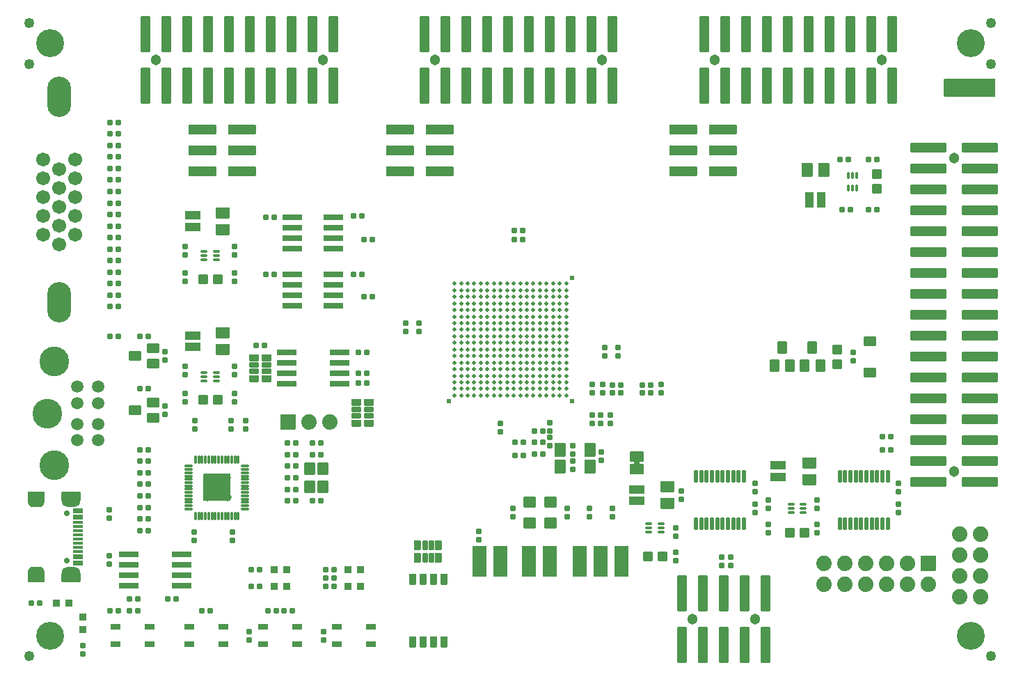
<source format=gbr>
%TF.GenerationSoftware,KiCad,Pcbnew,7.0.9-7.0.9~ubuntu22.04.1*%
%TF.CreationDate,2025-03-17T10:50:26+02:00*%
%TF.ProjectId,GateMateA1-EVB_Rev_C,47617465-4d61-4746-9541-312d4556425f,C*%
%TF.SameCoordinates,PX5f5e100PY7bfa480*%
%TF.FileFunction,Soldermask,Top*%
%TF.FilePolarity,Negative*%
%FSLAX46Y46*%
G04 Gerber Fmt 4.6, Leading zero omitted, Abs format (unit mm)*
G04 Created by KiCad (PCBNEW 7.0.9-7.0.9~ubuntu22.04.1) date 2025-03-17 10:50:26*
%MOMM*%
%LPD*%
G01*
G04 APERTURE LIST*
G04 Aperture macros list*
%AMRoundRect*
0 Rectangle with rounded corners*
0 $1 Rounding radius*
0 $2 $3 $4 $5 $6 $7 $8 $9 X,Y pos of 4 corners*
0 Add a 4 corners polygon primitive as box body*
4,1,4,$2,$3,$4,$5,$6,$7,$8,$9,$2,$3,0*
0 Add four circle primitives for the rounded corners*
1,1,$1+$1,$2,$3*
1,1,$1+$1,$4,$5*
1,1,$1+$1,$6,$7*
1,1,$1+$1,$8,$9*
0 Add four rect primitives between the rounded corners*
20,1,$1+$1,$2,$3,$4,$5,0*
20,1,$1+$1,$4,$5,$6,$7,0*
20,1,$1+$1,$6,$7,$8,$9,0*
20,1,$1+$1,$8,$9,$2,$3,0*%
G04 Aperture macros list end*
%ADD10RoundRect,0.050800X0.250000X0.275000X-0.250000X0.275000X-0.250000X-0.275000X0.250000X-0.275000X0*%
%ADD11RoundRect,0.050800X-0.250000X-0.275000X0.250000X-0.275000X0.250000X0.275000X-0.250000X0.275000X0*%
%ADD12RoundRect,0.050800X0.275000X-0.250000X0.275000X0.250000X-0.275000X0.250000X-0.275000X-0.250000X0*%
%ADD13RoundRect,0.050800X-0.275000X0.250000X-0.275000X-0.250000X0.275000X-0.250000X0.275000X0.250000X0*%
%ADD14RoundRect,0.050800X-1.651000X-0.508000X1.651000X-0.508000X1.651000X0.508000X-1.651000X0.508000X0*%
%ADD15RoundRect,0.050800X0.900000X-0.450000X0.900000X0.450000X-0.900000X0.450000X-0.900000X-0.450000X0*%
%ADD16C,0.701600*%
%ADD17RoundRect,0.050800X-1.100000X0.550000X-1.100000X-0.550000X1.100000X-0.550000X1.100000X0.550000X0*%
%ADD18O,2.301600X1.301600*%
%ADD19RoundRect,0.050800X-1.000000X0.550000X-1.000000X-0.550000X1.000000X-0.550000X1.000000X0.550000X0*%
%ADD20O,2.101600X1.401600*%
%ADD21RoundRect,0.050800X-0.575000X0.150000X-0.575000X-0.150000X0.575000X-0.150000X0.575000X0.150000X0*%
%ADD22RoundRect,0.050800X-0.575000X0.125000X-0.575000X-0.125000X0.575000X-0.125000X0.575000X0.125000X0*%
%ADD23C,1.301600*%
%ADD24RoundRect,0.050800X-2.125000X-0.500000X2.125000X-0.500000X2.125000X0.500000X-2.125000X0.500000X0*%
%ADD25RoundRect,0.050800X2.125000X0.500000X-2.125000X0.500000X-2.125000X-0.500000X2.125000X-0.500000X0*%
%ADD26RoundRect,0.050800X0.500000X-2.125000X0.500000X2.125000X-0.500000X2.125000X-0.500000X-2.125000X0*%
%ADD27C,1.879600*%
%ADD28RoundRect,0.050800X1.100000X-0.300000X1.100000X0.300000X-1.100000X0.300000X-1.100000X-0.300000X0*%
%ADD29RoundRect,0.050800X-0.380000X-0.635000X0.380000X-0.635000X0.380000X0.635000X-0.380000X0.635000X0*%
%ADD30RoundRect,0.050800X-0.350000X-0.125000X0.350000X-0.125000X0.350000X0.125000X-0.350000X0.125000X0*%
%ADD31RoundRect,0.050800X-1.100000X0.300000X-1.100000X-0.300000X1.100000X-0.300000X1.100000X0.300000X0*%
%ADD32RoundRect,0.050800X-0.508000X0.508000X-0.508000X-0.508000X0.508000X-0.508000X0.508000X0.508000X0*%
%ADD33RoundRect,0.050800X-0.508000X-0.508000X0.508000X-0.508000X0.508000X0.508000X-0.508000X0.508000X0*%
%ADD34C,1.254000*%
%ADD35RoundRect,0.050800X0.800100X-0.584200X0.800100X0.584200X-0.800100X0.584200X-0.800100X-0.584200X0*%
%ADD36RoundRect,0.050800X0.254000X-0.381000X0.254000X0.381000X-0.254000X0.381000X-0.254000X-0.381000X0*%
%ADD37RoundRect,0.050800X-0.889000X0.889000X-0.889000X-0.889000X0.889000X-0.889000X0.889000X0.889000X0*%
%ADD38RoundRect,0.050800X-0.762000X-0.635000X0.762000X-0.635000X0.762000X0.635000X-0.762000X0.635000X0*%
%ADD39RoundRect,0.050800X0.700000X-0.500000X0.700000X0.500000X-0.700000X0.500000X-0.700000X-0.500000X0*%
%ADD40C,3.401601*%
%ADD41RoundRect,0.050800X0.400000X0.400000X-0.400000X0.400000X-0.400000X-0.400000X0.400000X-0.400000X0*%
%ADD42C,1.511600*%
%ADD43C,3.601600*%
%ADD44RoundRect,0.050800X-0.500000X2.125000X-0.500000X-2.125000X0.500000X-2.125000X0.500000X2.125000X0*%
%ADD45RoundRect,0.050800X0.508000X-0.381000X0.508000X0.381000X-0.508000X0.381000X-0.508000X-0.381000X0*%
%ADD46RoundRect,0.050800X0.508000X-0.254000X0.508000X0.254000X-0.508000X0.254000X-0.508000X-0.254000X0*%
%ADD47RoundRect,0.050800X-0.525000X-0.325000X0.525000X-0.325000X0.525000X0.325000X-0.525000X0.325000X0*%
%ADD48RoundRect,0.050800X0.825500X1.841500X-0.825500X1.841500X-0.825500X-1.841500X0.825500X-1.841500X0*%
%ADD49RoundRect,0.050800X0.635000X-0.762000X0.635000X0.762000X-0.635000X0.762000X-0.635000X-0.762000X0*%
%ADD50RoundRect,0.050800X-0.381000X-0.508000X0.381000X-0.508000X0.381000X0.508000X-0.381000X0.508000X0*%
%ADD51RoundRect,0.050800X-0.254000X-0.508000X0.254000X-0.508000X0.254000X0.508000X-0.254000X0.508000X0*%
%ADD52RoundRect,0.050800X0.100000X-0.437500X0.100000X0.437500X-0.100000X0.437500X-0.100000X-0.437500X0*%
%ADD53RoundRect,0.050800X0.437500X-0.100000X0.437500X0.100000X-0.437500X0.100000X-0.437500X-0.100000X0*%
%ADD54C,1.000000*%
%ADD55C,1.800000*%
%ADD56RoundRect,0.050800X1.600000X-1.600000X1.600000X1.600000X-1.600000X1.600000X-1.600000X-1.600000X0*%
%ADD57RoundRect,0.050800X0.125000X-0.350000X0.125000X0.350000X-0.125000X0.350000X-0.125000X-0.350000X0*%
%ADD58C,0.501600*%
%ADD59C,0.601600*%
%ADD60RoundRect,0.050800X0.175000X0.700000X-0.175000X0.700000X-0.175000X-0.700000X0.175000X-0.700000X0*%
%ADD61RoundRect,0.050800X-0.600000X0.700000X-0.600000X-0.700000X0.600000X-0.700000X0.600000X0.700000X0*%
%ADD62RoundRect,0.050800X-0.700000X-0.500000X0.700000X-0.500000X0.700000X0.500000X-0.700000X0.500000X0*%
%ADD63RoundRect,0.050800X0.508000X-0.508000X0.508000X0.508000X-0.508000X0.508000X-0.508000X-0.508000X0*%
%ADD64C,1.701600*%
%ADD65O,2.901600X4.901600*%
%ADD66RoundRect,0.050800X-0.500000X-0.700000X0.500000X-0.700000X0.500000X0.700000X-0.500000X0.700000X0*%
%ADD67RoundRect,0.050800X-0.400000X0.400000X-0.400000X-0.400000X0.400000X-0.400000X0.400000X0.400000X0*%
%ADD68RoundRect,0.050800X-0.889000X-0.889000X0.889000X-0.889000X0.889000X0.889000X-0.889000X0.889000X0*%
%ADD69RoundRect,0.050800X0.450000X0.900000X-0.450000X0.900000X-0.450000X-0.900000X0.450000X-0.900000X0*%
%ADD70RoundRect,0.050800X-0.700000X-0.600000X0.700000X-0.600000X0.700000X0.600000X-0.700000X0.600000X0*%
G04 APERTURE END LIST*
D10*
%TO.C,C93*%
X11292000Y7000000D03*
D11*
X12308000Y7000000D03*
%TD*%
%TO.C,R2*%
X77100000Y34500000D03*
D10*
X76084000Y34500000D03*
%TD*%
D12*
%TO.C,C98*%
X26200000Y16608000D03*
D13*
X26200000Y15592000D03*
%TD*%
D14*
%TO.C,VDD_NA_SEL1*%
X22587000Y65540000D03*
X27413000Y65540000D03*
X22587000Y63000000D03*
X27413000Y63000000D03*
X22587000Y60460000D03*
X27413000Y60460000D03*
%TD*%
D15*
%TO.C,L4*%
X92600000Y23300000D03*
X92600000Y24700000D03*
%TD*%
D16*
%TO.C,USB-C1*%
X6030000Y13110000D03*
X6030000Y18890000D03*
D17*
X6530000Y11072400D03*
D18*
X6530000Y11680000D03*
X6530000Y20320000D03*
D17*
X6530000Y20927600D03*
D19*
X2350000Y11072400D03*
D20*
X2350000Y11680000D03*
X2350000Y20320000D03*
D19*
X2350000Y20927600D03*
D21*
X7432000Y19325000D03*
X7432000Y18525000D03*
D22*
X7432000Y17250000D03*
X7432000Y16250000D03*
X7432000Y15750000D03*
X7432000Y14750000D03*
D21*
X7432000Y13475000D03*
X7432000Y12675000D03*
X7432000Y12925000D03*
X7432000Y13725000D03*
D22*
X7432000Y14250000D03*
X7432000Y15250000D03*
X7432000Y16750000D03*
X7432000Y17750000D03*
D21*
X7432000Y18275000D03*
X7432000Y19075000D03*
%TD*%
D23*
%TO.C,BANK_MISC1*%
X114000000Y62050000D03*
X114000000Y23950000D03*
D24*
X110875000Y63320000D03*
X117125000Y63320000D03*
X110875000Y60780000D03*
X117125000Y60780000D03*
X110875000Y58240000D03*
X117125000Y58240000D03*
X110875000Y55700000D03*
X117125000Y55700000D03*
X110875000Y53160000D03*
X117125000Y53160000D03*
X110875000Y50620000D03*
X117125000Y50620000D03*
X110875000Y48080000D03*
X117125000Y48080000D03*
X110875000Y45540000D03*
X117125000Y45540000D03*
X110875000Y43000000D03*
X117125000Y43000000D03*
X110875000Y40460000D03*
X117125000Y40460000D03*
D25*
X110875000Y37920000D03*
D24*
X117125000Y37920000D03*
D25*
X110875000Y35380000D03*
D24*
X117125000Y35380000D03*
D25*
X110875000Y32840000D03*
D24*
X117125000Y32840000D03*
D25*
X110875000Y30300000D03*
D24*
X117125000Y30300000D03*
D25*
X110875000Y27760000D03*
D24*
X117125000Y27760000D03*
D25*
X110875000Y25220000D03*
D24*
X117125000Y25220000D03*
D25*
X110875000Y22680000D03*
D24*
X117125000Y22680000D03*
%TD*%
D23*
%TO.C,BANK_NA1*%
X16840000Y74000000D03*
X37160000Y74000000D03*
D26*
X15570000Y70875000D03*
X15570000Y77125000D03*
X18110000Y70875000D03*
X18110000Y77125000D03*
X20650000Y70875000D03*
X20650000Y77125000D03*
X23190000Y70875000D03*
X23190000Y77125000D03*
X25730000Y70875000D03*
X25730000Y77125000D03*
X28270000Y70875000D03*
X28270000Y77125000D03*
X30810000Y70875000D03*
X30810000Y77125000D03*
X33350000Y70875000D03*
X33350000Y77125000D03*
X35890000Y70875000D03*
X35890000Y77125000D03*
X38430000Y70875000D03*
X38430000Y77125000D03*
%TD*%
D27*
%TO.C,TRST1*%
X114630000Y11255000D03*
%TD*%
D23*
%TO.C,BANK_EB1*%
X84840000Y74000000D03*
X105160000Y74000000D03*
D26*
X83570000Y70875000D03*
X83570000Y77125000D03*
X86110000Y70875000D03*
X86110000Y77125000D03*
X88650000Y70875000D03*
X88650000Y77125000D03*
X91190000Y70875000D03*
X91190000Y77125000D03*
X93730000Y70875000D03*
X93730000Y77125000D03*
X96270000Y70875000D03*
X96270000Y77125000D03*
X98810000Y70875000D03*
X98810000Y77125000D03*
X101350000Y70875000D03*
X101350000Y77125000D03*
X103890000Y70875000D03*
X103890000Y77125000D03*
X106430000Y70875000D03*
X106430000Y77125000D03*
%TD*%
D28*
%TO.C,U8*%
X20035000Y10095000D03*
X20035000Y11365000D03*
X20035000Y12635000D03*
X20035000Y13905000D03*
X13565000Y13905000D03*
X13565000Y12635000D03*
X13565000Y11365000D03*
X13565000Y10095000D03*
%TD*%
D11*
%TO.C,C95*%
X41908000Y55000000D03*
D10*
X40892000Y55000000D03*
%TD*%
D29*
%TO.C,CFG_SET1*%
X48095000Y3190000D03*
X49365000Y3190000D03*
X50635000Y3190000D03*
X51905000Y3190000D03*
X51905000Y10810000D03*
X50635000Y10810000D03*
X49365000Y10810000D03*
X48095000Y10810000D03*
%TD*%
D10*
%TO.C,C82*%
X62892000Y28900000D03*
D11*
X63908000Y28900000D03*
%TD*%
D30*
%TO.C,U12*%
X94150000Y20000000D03*
X94150000Y19500000D03*
X94150000Y19000000D03*
X95650000Y19000000D03*
X95650000Y19500000D03*
X95650000Y20000000D03*
%TD*%
D10*
%TO.C,R8*%
X37492000Y11000000D03*
D11*
X38508000Y11000000D03*
%TD*%
D31*
%TO.C,U9*%
X33500000Y54905000D03*
X33500000Y53635000D03*
X33500000Y52365000D03*
X33500000Y51095000D03*
X38500000Y51095000D03*
X38500000Y52365000D03*
X38500000Y53635000D03*
X38500000Y54905000D03*
%TD*%
D10*
%TO.C,R35*%
X11292000Y44000000D03*
D11*
X12308000Y44000000D03*
%TD*%
D10*
%TO.C,R72*%
X103600000Y61900000D03*
D11*
X104616000Y61900000D03*
%TD*%
D27*
%TO.C,+1V8*%
X117170000Y16335000D03*
%TD*%
D13*
%TO.C,R19*%
X101750000Y37392000D03*
D12*
X101750000Y38408000D03*
%TD*%
%TO.C,R26*%
X86800000Y13508000D03*
D13*
X86800000Y12492000D03*
%TD*%
%TO.C,C92*%
X60300001Y18492000D03*
D12*
X60300001Y19508000D03*
%TD*%
D11*
%TO.C,R1*%
X77100000Y33500000D03*
D10*
X76084000Y33500000D03*
%TD*%
D11*
%TO.C,C107*%
X15908000Y23800000D03*
D10*
X14892000Y23800000D03*
%TD*%
D13*
%TO.C,C117*%
X91400000Y19492000D03*
D12*
X91400000Y20508000D03*
%TD*%
D11*
%TO.C,R3*%
X71008000Y30800000D03*
D10*
X69992000Y30800000D03*
%TD*%
D13*
%TO.C,R24*%
X18000000Y37492001D03*
D12*
X18000000Y38508001D03*
%TD*%
D32*
%TO.C,C83*%
X99750000Y38788999D03*
X99750000Y37010999D03*
%TD*%
D10*
%TO.C,R56*%
X14892000Y21000000D03*
D11*
X15908000Y21000000D03*
%TD*%
D13*
%TO.C,C40*%
X70000000Y33492000D03*
D12*
X70000000Y34508000D03*
%TD*%
D33*
%TO.C,C118*%
X22600000Y47300000D03*
X24378000Y47300000D03*
%TD*%
D34*
%TO.C,FID4*%
X118500000Y1500000D03*
%TD*%
D35*
%TO.C,VDD_CORE_E1*%
X75400000Y24238000D03*
X75400000Y24238000D03*
D36*
X75400000Y24746000D03*
X75400000Y25254000D03*
D35*
X75400000Y25762000D03*
%TD*%
D12*
%TO.C,R63*%
X91400000Y17508000D03*
D13*
X91400000Y16492000D03*
%TD*%
D11*
%TO.C,R29*%
X15908000Y34000000D03*
D10*
X14892000Y34000000D03*
%TD*%
D12*
%TO.C,R27*%
X85700000Y13508000D03*
D13*
X85700000Y12492000D03*
%TD*%
%TO.C,R67*%
X26400000Y50292000D03*
D12*
X26400000Y51308000D03*
%TD*%
D11*
%TO.C,C88*%
X12308000Y40400000D03*
D10*
X11292000Y40400000D03*
%TD*%
D12*
%TO.C,C63*%
X71500000Y39008000D03*
D13*
X71500000Y37992000D03*
%TD*%
D11*
%TO.C,R76*%
X2758000Y8000000D03*
D10*
X1742000Y8000000D03*
%TD*%
D11*
%TO.C,R7*%
X38508000Y10000000D03*
D10*
X37492000Y10000000D03*
%TD*%
D37*
%TO.C,Pmod1*%
X110850000Y12770000D03*
D27*
X108310000Y12770000D03*
X105770000Y12770000D03*
X103230000Y12770000D03*
X100690000Y12770000D03*
X98150000Y12770000D03*
X110850000Y10230000D03*
X108310000Y10230000D03*
X105770000Y10230000D03*
X103230000Y10230000D03*
X100690000Y10230000D03*
X98150000Y10230000D03*
%TD*%
D38*
%TO.C,C125*%
X79100000Y22116000D03*
X79100000Y20084000D03*
%TD*%
D10*
%TO.C,R15*%
X41492000Y35900000D03*
D11*
X42508000Y35900000D03*
%TD*%
D39*
%TO.C,D1*%
X103750000Y35999999D03*
X103750000Y39799999D03*
%TD*%
D12*
%TO.C,C89*%
X28250000Y4508000D03*
D13*
X28250000Y3492000D03*
%TD*%
%TO.C,C85*%
X37250000Y3492000D03*
D12*
X37250000Y4508000D03*
%TD*%
D13*
%TO.C,C126*%
X80800000Y20592000D03*
D12*
X80800000Y21608000D03*
%TD*%
D11*
%TO.C,R25*%
X29508000Y10000000D03*
D10*
X28492000Y10000000D03*
%TD*%
%TO.C,R38*%
X11292000Y55200000D03*
D11*
X12308000Y55200000D03*
%TD*%
D40*
%TO.C,MH2*%
X4000000Y76000000D03*
%TD*%
D11*
%TO.C,TVS1*%
X12308000Y58000000D03*
D10*
X11292000Y58000000D03*
%TD*%
D41*
%TO.C,PWR_LED1*%
X4738000Y8000000D03*
X6262000Y8000000D03*
%TD*%
D12*
%TO.C,R65*%
X97300000Y17508000D03*
D13*
X97300000Y16492000D03*
%TD*%
D12*
%TO.C,C12*%
X78300000Y34508000D03*
D13*
X78300000Y33492000D03*
%TD*%
D34*
%TO.C,FID5*%
X118500000Y73500000D03*
%TD*%
D42*
%TO.C,PS2_KBD1*%
X7270000Y29730000D03*
X7270000Y32270000D03*
X7270000Y27740000D03*
X7270000Y34260000D03*
X9810000Y27740000D03*
X9810000Y34260000D03*
X9810000Y32270000D03*
X9810000Y29730000D03*
D43*
X4500000Y37300000D03*
X3700000Y31000000D03*
X4500000Y24700000D03*
%TD*%
D11*
%TO.C,C109*%
X15908000Y16800000D03*
D10*
X14892000Y16800000D03*
%TD*%
D31*
%TO.C,U7*%
X33500000Y47905000D03*
X33500000Y46635000D03*
X33500000Y45365000D03*
X33500000Y44095000D03*
X38500000Y44095000D03*
X38500000Y45365000D03*
X38500000Y46635000D03*
X38500000Y47905000D03*
%TD*%
D11*
%TO.C,C111*%
X36908000Y20400000D03*
D10*
X35892000Y20400000D03*
%TD*%
D33*
%TO.C,C124*%
X76711000Y13600000D03*
X78489000Y13600000D03*
%TD*%
D10*
%TO.C,R34*%
X11292000Y45400000D03*
D11*
X12308000Y45400000D03*
%TD*%
D34*
%TO.C,FID6*%
X1500000Y73500000D03*
%TD*%
D10*
%TO.C,C110*%
X35892000Y26000000D03*
D11*
X36908000Y26000000D03*
%TD*%
%TO.C,TVS2*%
X12308001Y53800000D03*
D10*
X11292001Y53800000D03*
%TD*%
%TO.C,R43*%
X11292001Y62200000D03*
D11*
X12308001Y62200000D03*
%TD*%
D41*
%TO.C,FPGA_LED1*%
X31238000Y10000000D03*
X32762000Y10000000D03*
%TD*%
D12*
%TO.C,C91*%
X107250000Y22508000D03*
D13*
X107250000Y21492000D03*
%TD*%
D38*
%TO.C,C115*%
X96400000Y25016000D03*
X96400000Y22984000D03*
%TD*%
D13*
%TO.C,R10*%
X64800000Y27092000D03*
D12*
X64800000Y28108000D03*
%TD*%
D34*
%TO.C,FID2*%
X1500000Y78500000D03*
%TD*%
D10*
%TO.C,R12*%
X62892000Y27500000D03*
D11*
X63908000Y27500000D03*
%TD*%
D12*
%TO.C,C4*%
X72200000Y30808000D03*
D13*
X72200000Y29792000D03*
%TD*%
D10*
%TO.C,R11*%
X62892000Y26100000D03*
D11*
X63908000Y26100000D03*
%TD*%
D10*
%TO.C,R48*%
X35892000Y27393800D03*
D11*
X36908000Y27393800D03*
%TD*%
D40*
%TO.C,MH4*%
X116000000Y4000000D03*
%TD*%
D11*
%TO.C,R17*%
X29508000Y12000000D03*
D10*
X28492000Y12000000D03*
%TD*%
D33*
%TO.C,C114*%
X94011000Y16500000D03*
X95789000Y16500000D03*
%TD*%
D13*
%TO.C,C122*%
X20400000Y50292000D03*
D12*
X20400000Y51308000D03*
%TD*%
D10*
%TO.C,R40*%
X11292000Y51000000D03*
D11*
X12308000Y51000000D03*
%TD*%
D23*
%TO.C,UEXT1*%
X89810000Y6000000D03*
X82190000Y6000000D03*
D44*
X91080000Y9125000D03*
X91080000Y2875000D03*
X88540000Y9125000D03*
X88540000Y2875000D03*
X86000000Y9125000D03*
X86000000Y2875000D03*
X83460000Y9125000D03*
X83460000Y2875000D03*
X80920000Y9125000D03*
X80920000Y2875000D03*
%TD*%
D13*
%TO.C,R73*%
X80150000Y16092000D03*
D12*
X80150000Y17108000D03*
%TD*%
D11*
%TO.C,C59*%
X61508000Y52200000D03*
D10*
X60492000Y52200000D03*
%TD*%
D12*
%TO.C,C97*%
X21500000Y16608000D03*
D13*
X21500000Y15592000D03*
%TD*%
D10*
%TO.C,R44*%
X11292000Y63600000D03*
D11*
X12308000Y63600000D03*
%TD*%
D45*
%TO.C,RM1*%
X42762000Y29830000D03*
X41238000Y29830000D03*
D46*
X42762000Y30719000D03*
X41238000Y30719000D03*
X42762000Y31481000D03*
X41238000Y31481000D03*
D45*
X42762000Y32370000D03*
X41238000Y32370000D03*
%TD*%
D15*
%TO.C,L5*%
X21400000Y53700000D03*
X21400000Y55100000D03*
%TD*%
D47*
%TO.C,FPGA_RST1*%
X38925000Y5075000D03*
X43075000Y5075000D03*
X38925000Y2925000D03*
X43075000Y2925000D03*
%TD*%
D11*
%TO.C,R51*%
X106308000Y28200000D03*
D10*
X105292000Y28200000D03*
%TD*%
D48*
%TO.C,CLK0_EN1*%
X64770000Y13000000D03*
X62230000Y13000000D03*
%TD*%
D12*
%TO.C,R22*%
X58800000Y29808000D03*
D13*
X58800000Y28792000D03*
%TD*%
D47*
%TO.C,FPGA_BUT1*%
X29925000Y5075000D03*
X34075000Y5075000D03*
X29925000Y2925000D03*
X34075000Y2925000D03*
%TD*%
D45*
%TO.C,RM3*%
X30362000Y35230000D03*
X28838000Y35230000D03*
D46*
X30362000Y36119000D03*
X28838000Y36119000D03*
X30362000Y36881000D03*
X28838000Y36881000D03*
D45*
X30362000Y37770000D03*
X28838000Y37770000D03*
%TD*%
D13*
%TO.C,C39*%
X71200000Y33492000D03*
D12*
X71200000Y34508000D03*
%TD*%
D49*
%TO.C,C121*%
X96084000Y60600000D03*
X98116000Y60600000D03*
%TD*%
D13*
%TO.C,C86*%
X89750000Y18992000D03*
D12*
X89750000Y20008000D03*
%TD*%
D13*
%TO.C,R79*%
X69600000Y18492000D03*
D12*
X69600000Y19508000D03*
%TD*%
%TO.C,R21*%
X56200000Y16708000D03*
D13*
X56200000Y15692000D03*
%TD*%
%TO.C,R60*%
X26400000Y35692000D03*
D12*
X26400000Y36708000D03*
%TD*%
D10*
%TO.C,R16*%
X41492000Y34700000D03*
D11*
X42508000Y34700000D03*
%TD*%
D10*
%TO.C,C96*%
X32892000Y24600000D03*
D11*
X33908000Y24600000D03*
%TD*%
D49*
%TO.C,L2*%
X66100000Y24584000D03*
X66100000Y26616000D03*
%TD*%
D27*
%TO.C,VDD_CORE1*%
X114630000Y13795000D03*
%TD*%
D50*
%TO.C,RM2*%
X48730000Y13428000D03*
X48730000Y14952000D03*
D51*
X49619000Y13428000D03*
X49619000Y14952000D03*
X50381000Y13428000D03*
X50381000Y14952000D03*
D50*
X51270000Y13428000D03*
X51270000Y14952000D03*
%TD*%
D31*
%TO.C,U3*%
X32765000Y38405000D03*
X32765000Y37135000D03*
X32765000Y35865000D03*
X32765000Y34595000D03*
X39235000Y34595000D03*
X39235000Y35865000D03*
X39235000Y37135000D03*
X39235000Y38405000D03*
%TD*%
D13*
%TO.C,C116*%
X20400000Y35692000D03*
D12*
X20400000Y36708000D03*
%TD*%
D15*
%TO.C,L3*%
X21400000Y39100000D03*
X21400000Y40500000D03*
%TD*%
D10*
%TO.C,R32*%
X11292000Y48200000D03*
D11*
X12308000Y48200000D03*
%TD*%
D10*
%TO.C,R50*%
X105292000Y26600000D03*
D11*
X106308000Y26600000D03*
%TD*%
D10*
%TO.C,R41*%
X11292001Y59400000D03*
D11*
X12308001Y59400000D03*
%TD*%
D27*
%TO.C,GND1*%
X114630000Y8715000D03*
%TD*%
D10*
%TO.C,C99*%
X32892000Y21800000D03*
D11*
X33908000Y21800000D03*
%TD*%
D52*
%TO.C,U10*%
X21700000Y18568700D03*
X22100000Y18568700D03*
X22500000Y18568700D03*
X22900000Y18568700D03*
X23300000Y18568700D03*
X23700000Y18568700D03*
X24100000Y18568700D03*
X24500000Y18568700D03*
X24900000Y18568700D03*
X25300000Y18568700D03*
X25700000Y18568700D03*
X26100000Y18568700D03*
X26500000Y18568700D03*
X26900000Y18568700D03*
D53*
X27737500Y19406200D03*
X27737500Y19806200D03*
X27737500Y20206200D03*
X27737500Y20606200D03*
X27737500Y21006200D03*
X27737500Y21406200D03*
X27737500Y21806200D03*
X27737500Y22206200D03*
X27737500Y22606200D03*
X27737500Y23006200D03*
X27737500Y23406200D03*
X27737500Y23806200D03*
X27737500Y24206200D03*
X27737500Y24606200D03*
D52*
X26900000Y25443700D03*
X26500000Y25443700D03*
X26100000Y25443700D03*
X25700000Y25443700D03*
X25300000Y25443700D03*
X24900000Y25443700D03*
X24500000Y25443700D03*
X24100000Y25443700D03*
X23700000Y25443700D03*
X23300000Y25443700D03*
X22900000Y25443700D03*
X22500000Y25443700D03*
X22100000Y25443700D03*
X21700000Y25443700D03*
D53*
X20862500Y24606200D03*
X20862500Y24206200D03*
X20862500Y23806200D03*
X20862500Y23406200D03*
X20862500Y23006200D03*
X20862500Y22606200D03*
X20862500Y22206200D03*
X20862500Y21806200D03*
X20862500Y21406200D03*
X20862500Y21006200D03*
X20862500Y20606200D03*
X20862500Y20206200D03*
X20862500Y19806200D03*
X20862500Y19406200D03*
D54*
X23100000Y23206200D03*
X23100000Y20806200D03*
D55*
X24300000Y22006200D03*
D56*
X24300000Y22006200D03*
D54*
X25500000Y23206200D03*
X25570000Y20806200D03*
%TD*%
D10*
%TO.C,C66*%
X60592000Y25900000D03*
D11*
X61608000Y25900000D03*
%TD*%
D47*
%TO.C,RP-BOOT1*%
X11925000Y5075000D03*
X16075000Y5075000D03*
X11925000Y2925000D03*
X16075000Y2925000D03*
%TD*%
D10*
%TO.C,C67*%
X60592000Y27500000D03*
D11*
X61608000Y27500000D03*
%TD*%
D10*
%TO.C,R57*%
X30292000Y47900000D03*
D11*
X31308000Y47900000D03*
%TD*%
D30*
%TO.C,U13*%
X22750000Y50700000D03*
X22750000Y50200000D03*
X22750000Y49700000D03*
X24250000Y49700000D03*
X24250000Y50200000D03*
X24250000Y50700000D03*
%TD*%
D10*
%TO.C,R46*%
X13692000Y7000000D03*
D11*
X14708000Y7000000D03*
%TD*%
D13*
%TO.C,R36*%
X66899999Y18492000D03*
D12*
X66899999Y19508000D03*
%TD*%
D57*
%TO.C,U14*%
X101108000Y58450000D03*
X101608000Y58450000D03*
X102108000Y58450000D03*
X102108000Y59950000D03*
X101608000Y59950000D03*
X101108000Y59950000D03*
%TD*%
D40*
%TO.C,MH1*%
X4000000Y4000000D03*
%TD*%
D13*
%TO.C,R61*%
X97300000Y19492000D03*
D12*
X97300000Y20508000D03*
%TD*%
D58*
%TO.C,U1*%
X53200000Y46800000D03*
X54000000Y46800000D03*
X54800000Y46800000D03*
X55600000Y46800000D03*
X56400000Y46800000D03*
X57200000Y46800000D03*
X58000000Y46800000D03*
X58800000Y46800000D03*
X59600000Y46800000D03*
X60400000Y46800000D03*
X61200000Y46800000D03*
X62000000Y46800000D03*
X62800000Y46800000D03*
X63600000Y46800000D03*
X64400000Y46800000D03*
X65200000Y46800000D03*
X66000000Y46800000D03*
X66800000Y46800000D03*
X53200000Y46000000D03*
X54000000Y46000000D03*
X54800000Y46000000D03*
X55600000Y46000000D03*
X56400000Y46000000D03*
X57200000Y46000000D03*
X58000000Y46000000D03*
X58800000Y46000000D03*
X59600000Y46000000D03*
X60400000Y46000000D03*
X61200000Y46000000D03*
X62000000Y46000000D03*
X62800000Y46000000D03*
X63600000Y46000000D03*
X64400000Y46000000D03*
X65200000Y46000000D03*
X66000000Y46000000D03*
X66800000Y46000000D03*
X53200000Y45200000D03*
X54000000Y45200000D03*
X54800000Y45200000D03*
X55600000Y45200000D03*
X56400000Y45200000D03*
X57200000Y45200000D03*
X58000000Y45200000D03*
X58800000Y45200000D03*
X59600000Y45200000D03*
X60400000Y45200000D03*
X61200000Y45200000D03*
X62000000Y45200000D03*
X62800000Y45200000D03*
X63600000Y45200000D03*
X64400000Y45200000D03*
X65200000Y45200000D03*
X66000000Y45200000D03*
X66800000Y45200000D03*
X53200000Y44400000D03*
X54000000Y44400000D03*
X54800000Y44400000D03*
X55600000Y44400000D03*
X56400000Y44400000D03*
X57200000Y44400000D03*
X58000000Y44400000D03*
X58800000Y44400000D03*
X59600000Y44400000D03*
X60400000Y44400000D03*
X61200000Y44400000D03*
X62000000Y44400000D03*
X62800000Y44400000D03*
X63600000Y44400000D03*
X64400000Y44400000D03*
X65200000Y44400000D03*
X66000000Y44400000D03*
X66800000Y44400000D03*
X53200000Y43600000D03*
X54000000Y43600000D03*
X54800000Y43600000D03*
X55600000Y43600000D03*
X56400000Y43600000D03*
X57200000Y43600000D03*
X58000000Y43600000D03*
X58800000Y43600000D03*
X59600000Y43600000D03*
X60400000Y43600000D03*
X61200000Y43600000D03*
X62000000Y43600000D03*
X62800000Y43600000D03*
X63600000Y43600000D03*
X64400000Y43600000D03*
X65200000Y43600000D03*
X66000000Y43600000D03*
X66800000Y43600000D03*
X53200000Y42800000D03*
X54000000Y42800000D03*
X54800000Y42800000D03*
X55600000Y42800000D03*
X56400000Y42800000D03*
X57200000Y42800000D03*
X58000000Y42800000D03*
X58800000Y42800000D03*
X59600000Y42800000D03*
X60400000Y42800000D03*
X61200000Y42800000D03*
X62000000Y42800000D03*
X62800000Y42800000D03*
X63600000Y42800000D03*
X64400000Y42800000D03*
X65200000Y42800000D03*
X66000000Y42800000D03*
X66800000Y42800000D03*
X53200000Y42000000D03*
X54000000Y42000000D03*
X54800000Y42000000D03*
X55600000Y42000000D03*
X56400000Y42000000D03*
X57200000Y42000000D03*
X58000000Y42000000D03*
X58800000Y42000000D03*
X59600000Y42000000D03*
X60400000Y42000000D03*
X61200000Y42000000D03*
X62000000Y42000000D03*
X62800000Y42000000D03*
X63600000Y42000000D03*
X64400000Y42000000D03*
X65200000Y42000000D03*
X66000000Y42000000D03*
X66800000Y42000000D03*
X53200000Y41200000D03*
X54000000Y41200000D03*
X54800000Y41200000D03*
X55600000Y41200000D03*
X56400000Y41200000D03*
X57200000Y41200000D03*
X58000000Y41200000D03*
X58800000Y41200000D03*
X59600000Y41200000D03*
X60400000Y41200000D03*
X61200000Y41200000D03*
X62000000Y41200000D03*
X62800000Y41200000D03*
X63600000Y41200000D03*
X64400000Y41200000D03*
X65200000Y41200000D03*
X66000000Y41200000D03*
X66800000Y41200000D03*
X53200000Y40400000D03*
X54000000Y40400000D03*
X54800000Y40400000D03*
X55600000Y40400000D03*
X56400000Y40400000D03*
X57200000Y40400000D03*
X58000000Y40400000D03*
X58800000Y40400000D03*
X59600000Y40400000D03*
X60400000Y40400000D03*
X61200000Y40400000D03*
X62000000Y40400000D03*
X62800000Y40400000D03*
X63600000Y40400000D03*
X64400000Y40400000D03*
X65200000Y40400000D03*
X66000000Y40400000D03*
X66800000Y40400000D03*
X53200000Y39600000D03*
X54000000Y39600000D03*
X54800000Y39600000D03*
X55600000Y39600000D03*
X56400000Y39600000D03*
X57200000Y39600000D03*
X58000000Y39600000D03*
X58800000Y39600000D03*
X59600000Y39600000D03*
X60400000Y39600000D03*
X61200000Y39600000D03*
X62000000Y39600000D03*
X62800000Y39600000D03*
X63600000Y39600000D03*
X64400000Y39600000D03*
X65200000Y39600000D03*
X66000000Y39600000D03*
X66800000Y39600000D03*
D59*
X67500000Y47500000D03*
X67500000Y32500000D03*
X52500000Y32500000D03*
D58*
X53200000Y38800000D03*
X54000000Y38800000D03*
X54800000Y38800000D03*
X55600000Y38800000D03*
X56400000Y38800000D03*
X57200000Y38800000D03*
X58000000Y38800000D03*
X58800000Y38800000D03*
X59600000Y38800000D03*
X60400000Y38800000D03*
X61200000Y38800000D03*
X62000000Y38800000D03*
X62800000Y38800000D03*
X63600000Y38800000D03*
X64400000Y38800000D03*
X65200000Y38800000D03*
X66000000Y38800000D03*
X66800000Y38800000D03*
X53200000Y38000000D03*
X54000000Y38000000D03*
X54800000Y38000000D03*
X55600000Y38000000D03*
X56400000Y38000000D03*
X57200000Y38000000D03*
X58000000Y38000000D03*
X58800000Y38000000D03*
X59600000Y38000000D03*
X60400000Y38000000D03*
X61200000Y38000000D03*
X62000000Y38000000D03*
X62800000Y38000000D03*
X63600000Y38000000D03*
X64400000Y38000000D03*
X65200000Y38000000D03*
X66000000Y38000000D03*
X66800000Y38000000D03*
X53200000Y37200000D03*
X54000000Y37200000D03*
X54800000Y37200000D03*
X55600000Y37200000D03*
X56400000Y37200000D03*
X57200000Y37200000D03*
X58000000Y37200000D03*
X58800000Y37200000D03*
X59600000Y37200000D03*
X60400000Y37200000D03*
X61200000Y37200000D03*
X62000000Y37200000D03*
X62800000Y37200000D03*
X63600000Y37200000D03*
X64400000Y37200000D03*
X65200000Y37200000D03*
X66000000Y37200000D03*
X66800000Y37200000D03*
X53200000Y36400000D03*
X54000000Y36400000D03*
X54800000Y36400000D03*
X55600000Y36400000D03*
X56400000Y36400000D03*
X57200000Y36400000D03*
X58000000Y36400000D03*
X58800000Y36400000D03*
X59600000Y36400000D03*
X60400000Y36400000D03*
X61200000Y36400000D03*
X62000000Y36400000D03*
X62800000Y36400000D03*
X63600000Y36400000D03*
X64400000Y36400000D03*
X65200000Y36400000D03*
X66000000Y36400000D03*
X66800000Y36400000D03*
X53200000Y35600000D03*
X54000000Y35600000D03*
X54800000Y35600000D03*
X55600000Y35600000D03*
X56400000Y35600000D03*
X57200000Y35600000D03*
X58000000Y35600000D03*
X58800000Y35600000D03*
X59600000Y35600000D03*
X60400000Y35600000D03*
X61200000Y35600000D03*
X62000000Y35600000D03*
X62800000Y35600000D03*
X63600000Y35600000D03*
X64400000Y35600000D03*
X65200000Y35600000D03*
X66000000Y35600000D03*
X66800000Y35600000D03*
X53200000Y34800000D03*
X54000000Y34800000D03*
X54800000Y34800000D03*
X55600000Y34800000D03*
X56400000Y34800000D03*
X57200000Y34800000D03*
X58000000Y34800000D03*
X58800000Y34800000D03*
X59600000Y34800000D03*
X60400000Y34800000D03*
X61200000Y34800000D03*
X62000000Y34800000D03*
X62800000Y34800000D03*
X63600000Y34800000D03*
X64400000Y34800000D03*
X65200000Y34800000D03*
X66000000Y34800000D03*
X66800000Y34800000D03*
X53200000Y34000000D03*
X54000000Y34000000D03*
X54800000Y34000000D03*
X55600000Y34000000D03*
X56400000Y34000000D03*
X57200000Y34000000D03*
X58000000Y34000000D03*
X58800000Y34000000D03*
X59600000Y34000000D03*
X60400000Y34000000D03*
X61200000Y34000000D03*
X62000000Y34000000D03*
X62800000Y34000000D03*
X63600000Y34000000D03*
X64400000Y34000000D03*
X65200000Y34000000D03*
X66000000Y34000000D03*
X66800000Y34000000D03*
X53200000Y33200000D03*
X54000000Y33200000D03*
X54800000Y33200000D03*
X55600000Y33200000D03*
X56400000Y33200000D03*
X57200000Y33200000D03*
X58000000Y33200000D03*
X58800000Y33200000D03*
X59600000Y33200000D03*
X60400000Y33200000D03*
X61200000Y33200000D03*
X62000000Y33200000D03*
X62800000Y33200000D03*
X63600000Y33200000D03*
X64400000Y33200000D03*
X65200000Y33200000D03*
X66000000Y33200000D03*
X66800000Y33200000D03*
%TD*%
D13*
%TO.C,R74*%
X11200000Y12692000D03*
D12*
X11200000Y13708000D03*
%TD*%
D11*
%TO.C,TVS5*%
X12308001Y65000000D03*
D10*
X11292001Y65000000D03*
%TD*%
D23*
%TO.C,BANK_NB1*%
X50840000Y74000000D03*
X71160000Y74000000D03*
D26*
X49570000Y70875000D03*
X49570000Y77125000D03*
X52110000Y70875000D03*
X52110000Y77125000D03*
X54650000Y70875000D03*
X54650000Y77125000D03*
X57190000Y70875000D03*
X57190000Y77125000D03*
X59730000Y70875000D03*
X59730000Y77125000D03*
X62270000Y70875000D03*
X62270000Y77125000D03*
X64810000Y70875000D03*
X64810000Y77125000D03*
X67350000Y70875000D03*
X67350000Y77125000D03*
X69890000Y70875000D03*
X69890000Y77125000D03*
X72430000Y70875000D03*
X72430000Y77125000D03*
%TD*%
D12*
%TO.C,R71*%
X26400000Y48108000D03*
D13*
X26400000Y47092000D03*
%TD*%
D60*
%TO.C,U5*%
X88425000Y23400000D03*
X87775000Y23400000D03*
X87125000Y23400000D03*
X86475000Y23400000D03*
X85825000Y23400000D03*
X85175000Y23400000D03*
X84525000Y23400000D03*
X83875000Y23400000D03*
X83225000Y23400000D03*
X82575000Y23400000D03*
X82575000Y17600000D03*
X83225000Y17600000D03*
X83875000Y17600000D03*
X84525000Y17600000D03*
X85175000Y17600000D03*
X85825000Y17600000D03*
X86475000Y17600000D03*
X87125000Y17600000D03*
X87775000Y17600000D03*
X88425000Y17600000D03*
%TD*%
D41*
%TO.C,CFG_DONE_LED1*%
X40238000Y12000000D03*
X41762000Y12000000D03*
%TD*%
D12*
%TO.C,R69*%
X20400000Y48108000D03*
D13*
X20400000Y47092000D03*
%TD*%
D48*
%TO.C,POR_EN1*%
X58770000Y13000000D03*
X56230000Y13000000D03*
%TD*%
D13*
%TO.C,R6*%
X64800000Y28892000D03*
D12*
X64800000Y29908000D03*
%TD*%
D27*
%TO.C,+3V3*%
X117170000Y11255000D03*
%TD*%
D30*
%TO.C,U15*%
X76850000Y17600000D03*
X76850000Y17100000D03*
X76850000Y16600000D03*
X78350000Y16600000D03*
X78350000Y17100000D03*
X78350000Y17600000D03*
%TD*%
D13*
%TO.C,C46*%
X67600000Y24192000D03*
D12*
X67600000Y25208000D03*
%TD*%
D11*
%TO.C,TVS4*%
X12308000Y66400000D03*
D10*
X11292000Y66400000D03*
%TD*%
D13*
%TO.C,C75*%
X48900000Y40992000D03*
D12*
X48900000Y42008000D03*
%TD*%
D10*
%TO.C,R52*%
X22492000Y7000000D03*
D11*
X23508000Y7000000D03*
%TD*%
D61*
%TO.C,Q1*%
X35600000Y24300000D03*
X37200000Y22100000D03*
X37200000Y24300000D03*
X35600000Y22100000D03*
%TD*%
D11*
%TO.C,R59*%
X33908000Y20400000D03*
D10*
X32892000Y20400000D03*
%TD*%
D11*
%TO.C,R14*%
X30108000Y39300000D03*
D10*
X29092000Y39300000D03*
%TD*%
D48*
%TO.C,VDD_CORE_SET1*%
X73540000Y13000000D03*
X71000000Y13000000D03*
X68460000Y13000000D03*
%TD*%
D12*
%TO.C,R75*%
X11200000Y19308000D03*
D13*
X11200000Y18292000D03*
%TD*%
D62*
%TO.C,FET2*%
X16507440Y30450040D03*
X16507440Y32352500D03*
X14297640Y31397460D03*
%TD*%
D41*
%TO.C,CFG_FAILED_LED1*%
X31238000Y12000000D03*
X32762000Y12000000D03*
%TD*%
D27*
%TO.C,+1V2*%
X114630000Y16335000D03*
%TD*%
D13*
%TO.C,C42*%
X71100000Y25292000D03*
D12*
X71100000Y26308000D03*
%TD*%
D10*
%TO.C,R70*%
X103592000Y55800000D03*
D11*
X104608000Y55800000D03*
%TD*%
D27*
%TO.C,+5V_USB1*%
X117170000Y8715000D03*
%TD*%
D11*
%TO.C,C58*%
X61508000Y53300000D03*
D10*
X60492000Y53300000D03*
%TD*%
D11*
%TO.C,C106*%
X15908000Y25200000D03*
D10*
X14892000Y25200000D03*
%TD*%
D11*
%TO.C,R18*%
X38508000Y12000000D03*
D10*
X37492000Y12000000D03*
%TD*%
D63*
%TO.C,C120*%
X104608000Y58311000D03*
X104608000Y60089000D03*
%TD*%
D11*
%TO.C,C100*%
X41908000Y47900000D03*
D10*
X40892000Y47900000D03*
%TD*%
%TO.C,R39*%
X11292000Y52400000D03*
D11*
X12308000Y52400000D03*
%TD*%
D38*
%TO.C,C119*%
X25000000Y55416000D03*
X25000000Y53384000D03*
%TD*%
D10*
%TO.C,R42*%
X11292000Y60800000D03*
D11*
X12308000Y60800000D03*
%TD*%
D34*
%TO.C,FID3*%
X118500000Y78500000D03*
%TD*%
D14*
%TO.C,VDD_NB_SEL1*%
X46587000Y65540000D03*
X51413000Y65540000D03*
X46587000Y63000000D03*
X51413000Y63000000D03*
X46587000Y60460000D03*
X51413000Y60460000D03*
%TD*%
D12*
%TO.C,R78*%
X80150000Y14108000D03*
D13*
X80150000Y13092000D03*
%TD*%
D11*
%TO.C,R68*%
X101116000Y61900000D03*
D10*
X100100000Y61900000D03*
%TD*%
D40*
%TO.C,MH3*%
X116000000Y76000000D03*
%TD*%
D11*
%TO.C,R23*%
X15908000Y40400000D03*
D10*
X14892000Y40400000D03*
%TD*%
D11*
%TO.C,R49*%
X33908000Y26000000D03*
D10*
X32892000Y26000000D03*
%TD*%
D13*
%TO.C,C90*%
X107250000Y18992000D03*
D12*
X107250000Y20008000D03*
%TD*%
D62*
%TO.C,FET1*%
X16507440Y37050040D03*
X16507440Y38952500D03*
X14297640Y37997460D03*
%TD*%
D10*
%TO.C,R58*%
X42192000Y52200000D03*
D11*
X43208000Y52200000D03*
%TD*%
D10*
%TO.C,C108*%
X32892000Y23200000D03*
D11*
X33908000Y23200000D03*
%TD*%
%TO.C,TVS3*%
X12308000Y49600000D03*
D10*
X11292000Y49600000D03*
%TD*%
%TO.C,R33*%
X11292000Y46800000D03*
D11*
X12308000Y46800000D03*
%TD*%
D10*
%TO.C,R45*%
X18292000Y8500000D03*
D11*
X19308000Y8500000D03*
%TD*%
%TO.C,C104*%
X15908000Y19600000D03*
D10*
X14892000Y19600000D03*
%TD*%
D12*
%TO.C,R62*%
X20400000Y33480000D03*
D13*
X20400000Y32464000D03*
%TD*%
D27*
%TO.C,+2V5*%
X117170000Y13795000D03*
%TD*%
D11*
%TO.C,R5*%
X73408000Y34500000D03*
D10*
X72392000Y34500000D03*
%TD*%
%TO.C,R31*%
X32492000Y7000000D03*
D11*
X33508000Y7000000D03*
%TD*%
D13*
%TO.C,R9*%
X67600000Y26092000D03*
D12*
X67600000Y27108000D03*
%TD*%
D64*
%TO.C,VGA1*%
X7090000Y52720000D03*
X7090000Y55010000D03*
X7090000Y57300000D03*
X7090000Y59590000D03*
X7090000Y61880000D03*
X5110000Y51575000D03*
X5110000Y53865000D03*
X5110000Y56155000D03*
X5110000Y58445000D03*
X5110000Y60735000D03*
X3130000Y52720000D03*
X3130000Y55010000D03*
X3130000Y57300000D03*
X3130000Y59590000D03*
X3130000Y61880000D03*
D65*
X5110000Y69495000D03*
X5110000Y44505000D03*
%TD*%
D10*
%TO.C,R55*%
X14892000Y22400000D03*
D11*
X15908000Y22400000D03*
%TD*%
D13*
%TO.C,R20*%
X27800000Y29092000D03*
D12*
X27800000Y30108000D03*
%TD*%
D10*
%TO.C,R28*%
X30492000Y7000000D03*
D11*
X31508000Y7000000D03*
%TD*%
D66*
%TO.C,U2*%
X95800000Y36799999D03*
X97700000Y36799999D03*
X96750000Y38999999D03*
%TD*%
D47*
%TO.C,RP-RST1*%
X20925000Y5075000D03*
X25075000Y5075000D03*
X20925000Y2925000D03*
X25075000Y2925000D03*
%TD*%
D33*
%TO.C,C112*%
X22611000Y32700000D03*
X24389000Y32700000D03*
%TD*%
D12*
%TO.C,R66*%
X8000000Y2758000D03*
D13*
X8000000Y1742000D03*
%TD*%
D11*
%TO.C,C105*%
X15908000Y26600000D03*
D10*
X14892000Y26600000D03*
%TD*%
D11*
%TO.C,C103*%
X15908000Y18200000D03*
D10*
X14892000Y18200000D03*
%TD*%
D30*
%TO.C,U11*%
X22750000Y36000000D03*
X22750000Y35500000D03*
X22750000Y35000000D03*
X24250000Y35000000D03*
X24250000Y35500000D03*
X24250000Y36000000D03*
%TD*%
D67*
%TO.C,JTAG_LED1*%
X8000000Y4738000D03*
X8000000Y6262000D03*
%TD*%
D11*
%TO.C,R47*%
X33908000Y27393800D03*
D10*
X32892000Y27393800D03*
%TD*%
D13*
%TO.C,C102*%
X21600000Y29098200D03*
D12*
X21600000Y30114200D03*
%TD*%
D13*
%TO.C,R30*%
X18000000Y30892000D03*
D12*
X18000000Y31908000D03*
%TD*%
D10*
%TO.C,R37*%
X11292000Y56600000D03*
D11*
X12308000Y56600000D03*
%TD*%
D10*
%TO.C,R53*%
X30292000Y54900000D03*
D11*
X31308000Y54900000D03*
%TD*%
D49*
%TO.C,L1*%
X69700000Y24584000D03*
X69700000Y26616000D03*
%TD*%
D15*
%TO.C,L7*%
X75400000Y20400000D03*
X75400000Y21800000D03*
%TD*%
D11*
%TO.C,R4*%
X71008000Y29800000D03*
D10*
X69992000Y29800000D03*
%TD*%
D68*
%TO.C,SWD1*%
X32960000Y30000000D03*
D27*
X35500000Y30000000D03*
X38040000Y30000000D03*
%TD*%
D38*
%TO.C,C113*%
X25000000Y40816000D03*
X25000000Y38784000D03*
%TD*%
D60*
%TO.C,U6*%
X105925000Y23400000D03*
X105275000Y23400000D03*
X104625000Y23400000D03*
X103975000Y23400000D03*
X103325000Y23400000D03*
X102675000Y23400000D03*
X102025000Y23400000D03*
X101375000Y23400000D03*
X100725000Y23400000D03*
X100075000Y23400000D03*
X100075000Y17600000D03*
X100725000Y17600000D03*
X101375000Y17600000D03*
X102025000Y17600000D03*
X102675000Y17600000D03*
X103325000Y17600000D03*
X103975000Y17600000D03*
X104625000Y17600000D03*
X105275000Y17600000D03*
X105925000Y17600000D03*
%TD*%
D12*
%TO.C,C87*%
X89750000Y22508000D03*
D13*
X89750000Y21492000D03*
%TD*%
%TO.C,C73*%
X47300000Y40992000D03*
D12*
X47300000Y42008000D03*
%TD*%
D69*
%TO.C,L6*%
X97800000Y57000000D03*
X96400000Y57000000D03*
%TD*%
D11*
%TO.C,C30*%
X73408000Y33500000D03*
D10*
X72392000Y33500000D03*
%TD*%
%TO.C,C94*%
X13692000Y8500000D03*
D11*
X14708000Y8500000D03*
%TD*%
D10*
%TO.C,R54*%
X42192000Y45200000D03*
D11*
X43208000Y45200000D03*
%TD*%
%TO.C,C84*%
X42508000Y38400000D03*
D10*
X41492000Y38400000D03*
%TD*%
D34*
%TO.C,FID1*%
X1500000Y1500000D03*
%TD*%
D12*
%TO.C,R64*%
X26400000Y33480000D03*
D13*
X26400000Y32464000D03*
%TD*%
D70*
%TO.C,CR1*%
X62330000Y17730000D03*
X64870000Y17730000D03*
X64870000Y20270000D03*
X62330000Y20270000D03*
%TD*%
D13*
%TO.C,C101*%
X26000000Y29098200D03*
D12*
X26000000Y30114200D03*
%TD*%
%TO.C,C62*%
X73100000Y39008000D03*
D13*
X73100000Y37992000D03*
%TD*%
D14*
%TO.C,VDD_EB_SEL1*%
X81087000Y65540000D03*
X85913000Y65540000D03*
X81087000Y63000000D03*
X85913000Y63000000D03*
X81087000Y60460000D03*
X85913000Y60460000D03*
%TD*%
D11*
%TO.C,C123*%
X101408000Y55800000D03*
D10*
X100392000Y55800000D03*
%TD*%
D12*
%TO.C,R77*%
X72400000Y19508000D03*
D13*
X72400000Y18492000D03*
%TD*%
D66*
%TO.C,U4*%
X92100000Y36800000D03*
X94000000Y36800000D03*
X93050000Y39000000D03*
%TD*%
D41*
%TO.C,FPGA_RST_LED1*%
X40238000Y10000000D03*
X41762000Y10000000D03*
%TD*%
G36*
X118943039Y71730315D02*
G01*
X118988794Y71677511D01*
X119000000Y71626000D01*
X119000000Y69624000D01*
X118980315Y69556961D01*
X118927511Y69511206D01*
X118876000Y69500000D01*
X112874000Y69500000D01*
X112806961Y69519685D01*
X112761206Y69572489D01*
X112750000Y69624000D01*
X112750000Y71626000D01*
X112769685Y71693039D01*
X112822489Y71738794D01*
X112874000Y71750000D01*
X118876000Y71750000D01*
X118943039Y71730315D01*
G37*
M02*

</source>
